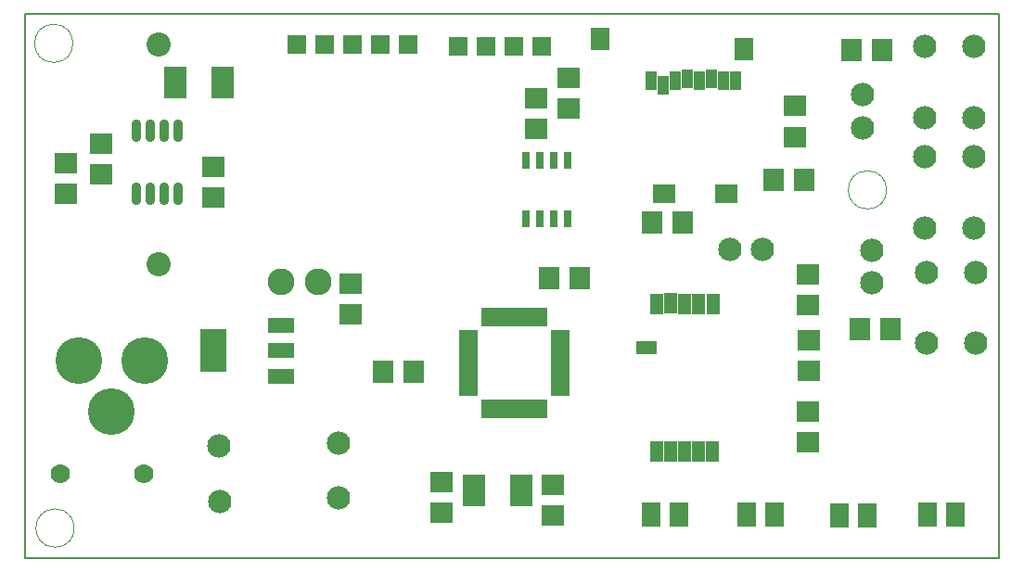
<source format=gbr>
%FSLAX35Y35*%
%MOIN*%
G04 EasyPC Gerber Version 18.0.8 Build 3632 *
%ADD92O,0.03500X0.08200*%
%ADD90R,0.02180X0.06910*%
%ADD94R,0.03000X0.05900*%
%ADD102R,0.04150X0.06906*%
%ADD98R,0.04937X0.07299*%
%ADD104R,0.06512X0.08480*%
%ADD96R,0.07000X0.09000*%
%ADD95R,0.07299X0.08087*%
%ADD103R,0.08087X0.06512*%
%ADD88R,0.08480X0.11236*%
%ADD101R,0.07000X0.07000*%
%ADD11C,0.00100*%
%ADD10C,0.00500*%
%ADD91R,0.06910X0.02180*%
%ADD99R,0.07299X0.04937*%
%ADD106R,0.09800X0.05800*%
%ADD108C,0.07000*%
%ADD100C,0.08400*%
%ADD93C,0.08677*%
%ADD97C,0.09661*%
%ADD89R,0.08087X0.07299*%
%ADD105C,0.16800*%
%ADD107R,0.09661X0.15173*%
X0Y0D02*
D02*
D10*
X11020Y250D02*
X361020D01*
Y195801*
X11020*
Y250*
D02*
D11*
X21325Y192061D02*
G75*
G03Y178281J-6890D01*
G01*
G75*
G03Y192061J6890*
G01*
X21788Y17780D02*
G75*
G03Y4000J-6890D01*
G01*
G75*
G03Y17780J6890*
G01*
X313746Y139374D02*
G75*
G03Y125594J-6890D01*
G01*
G75*
G03Y139374J6890*
G01*
D02*
D88*
X64996Y171136D03*
X81926D03*
X172339Y24305D03*
X189268D03*
D02*
D89*
X25548Y131175D03*
Y142199D03*
X38205Y138045D03*
Y149069D03*
X78638Y129856D03*
Y140880D03*
X128107Y87740D03*
Y98764D03*
X160695Y16274D03*
Y27297D03*
X194770Y154551D03*
Y165575D03*
X200823Y15565D03*
Y26589D03*
X206414Y161687D03*
Y172711D03*
X287693Y151579D03*
Y162602D03*
X292250Y91047D03*
Y102071D03*
X292467Y41864D03*
Y52888D03*
X292595Y67376D03*
Y78400D03*
D02*
D90*
X175909Y53681D03*
Y86760D03*
X177879Y53681D03*
Y86760D03*
X179849Y53681D03*
Y86760D03*
X181819Y53681D03*
Y86760D03*
X183789Y53681D03*
Y86760D03*
X185759Y53681D03*
Y86760D03*
X187719Y53681D03*
Y86760D03*
X189689Y53681D03*
Y86760D03*
X191658Y53681D03*
Y86760D03*
X193628Y53681D03*
Y86760D03*
X195598Y53681D03*
Y86760D03*
X197569Y53681D03*
Y86760D03*
D02*
D91*
X170199Y59391D03*
Y61361D03*
Y63331D03*
Y65301D03*
Y67270D03*
Y69241D03*
Y71200D03*
Y73170D03*
Y75140D03*
Y77110D03*
Y79080D03*
Y81050D03*
X203278Y59391D03*
Y61361D03*
Y63331D03*
Y65301D03*
Y67270D03*
Y69241D03*
Y71200D03*
Y73170D03*
Y75140D03*
Y77110D03*
Y79080D03*
Y81050D03*
D02*
D92*
X50892Y131065D03*
Y153865D03*
X55892Y131065D03*
Y153865D03*
X60892Y131065D03*
Y153865D03*
X65892Y131065D03*
Y153865D03*
D02*
D93*
X59022Y105919D03*
Y184659D03*
D02*
D94*
X191040Y122252D03*
Y142952D03*
X196040Y122252D03*
Y142952D03*
X201040Y122252D03*
Y142952D03*
X206040Y122252D03*
Y142952D03*
D02*
D95*
X139603Y67022D03*
X150626D03*
X199278Y100870D03*
X210302D03*
X236276Y120673D03*
X247300D03*
X280124Y136234D03*
X291148D03*
X307949Y182868D03*
X311109Y82425D03*
X318973Y182868D03*
X322132Y82425D03*
D02*
D96*
X235981Y15614D03*
X245981D03*
X270223D03*
X280223D03*
X303756Y15594D03*
X313756D03*
X335459Y15614D03*
X345459D03*
D02*
D97*
X102889Y99508D03*
X116276D03*
D02*
D98*
X238057Y38449D03*
X238107Y91549D03*
X243077Y38449D03*
X243126Y91603D03*
X248097Y38449D03*
X248146Y91549D03*
X253117Y38449D03*
X253166Y91549D03*
X258136Y38449D03*
X258185Y91549D03*
D02*
D99*
X234219Y75850D03*
D02*
D100*
X80813Y40329D03*
X80853Y20585D03*
X123707Y41539D03*
X123746Y21795D03*
X264229Y111096D03*
X276000Y111136D03*
X311975Y166657D03*
X312014Y154886D03*
X315174Y110801D03*
X315213Y99030D03*
X334217Y158405D03*
Y184005D03*
X334285Y118798D03*
Y144398D03*
X334945Y77302D03*
Y102902D03*
X352017Y158405D03*
Y184005D03*
X352085Y118798D03*
Y144398D03*
X352745Y77302D03*
Y102902D03*
D02*
D101*
X108727Y184797D03*
X118727D03*
X128727D03*
X138727D03*
X148727D03*
X166561Y184246D03*
X176561D03*
X186561D03*
X196561D03*
D02*
D102*
X235961Y171766D03*
X240292Y170191D03*
X244622Y171766D03*
X248953Y172553D03*
X253284Y171766D03*
X257615Y172553D03*
X261945Y171766D03*
X266276D03*
D02*
D103*
X240646Y131215D03*
X263087D03*
D02*
D104*
X217615Y186923D03*
X269386Y182986D03*
D02*
D105*
X30321Y71254D03*
X42132Y52750D03*
X53943Y71254D03*
D02*
D106*
X103033Y65520D03*
Y74620D03*
Y83720D03*
D02*
D107*
X78632Y74620D03*
D02*
D108*
X23628Y30348D03*
X53628D03*
X0Y0D02*
M02*

</source>
